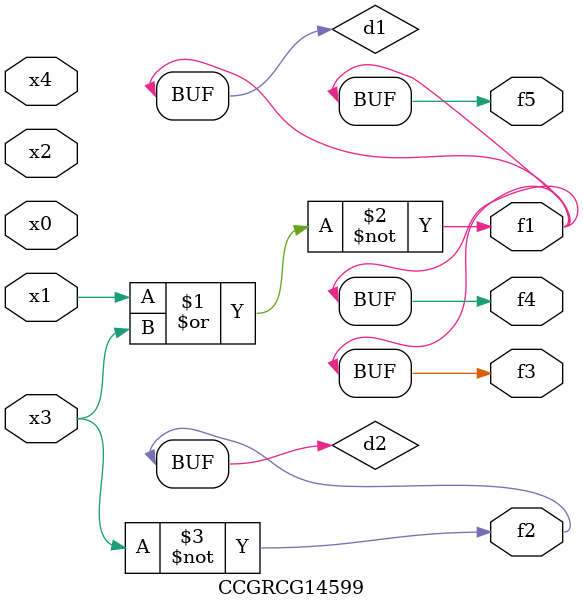
<source format=v>
module CCGRCG14599(
	input x0, x1, x2, x3, x4,
	output f1, f2, f3, f4, f5
);

	wire d1, d2;

	nor (d1, x1, x3);
	not (d2, x3);
	assign f1 = d1;
	assign f2 = d2;
	assign f3 = d1;
	assign f4 = d1;
	assign f5 = d1;
endmodule

</source>
